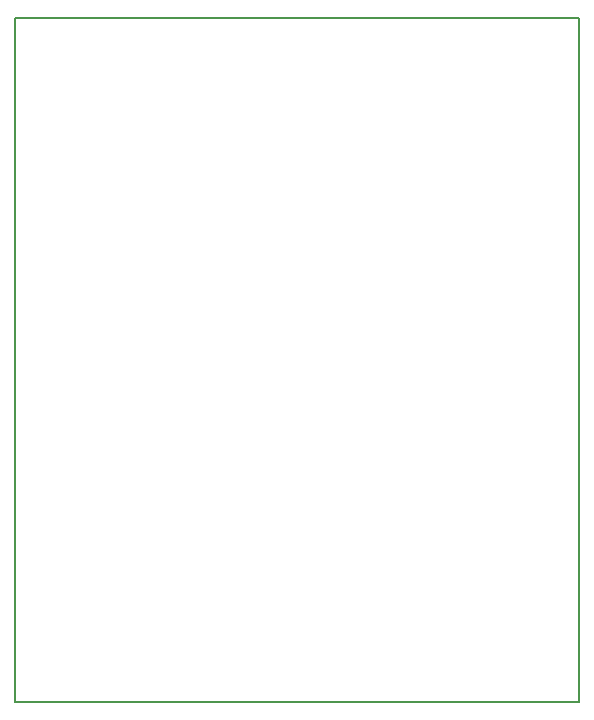
<source format=gbr>
%TF.GenerationSoftware,KiCad,Pcbnew,5.0.2-bee76a0~70~ubuntu18.04.1*%
%TF.CreationDate,2019-12-13T20:17:08+01:00*%
%TF.ProjectId,ESP8266-LolinV3-Lamp,45535038-3236-4362-9d4c-6f6c696e5633,2.0*%
%TF.SameCoordinates,Original*%
%TF.FileFunction,Paste,Top*%
%TF.FilePolarity,Positive*%
%FSLAX46Y46*%
G04 Gerber Fmt 4.6, Leading zero omitted, Abs format (unit mm)*
G04 Created by KiCad (PCBNEW 5.0.2-bee76a0~70~ubuntu18.04.1) date ven 13 dic 2019 20:17:08 CET*
%MOMM*%
%LPD*%
G01*
G04 APERTURE LIST*
%ADD10C,0.150000*%
G04 APERTURE END LIST*
D10*
X187198000Y-48768000D02*
X187198000Y-106680000D01*
X139446000Y-106680000D02*
X187198000Y-106680000D01*
X139446000Y-48768000D02*
X187198000Y-48768000D01*
X139446000Y-106680000D02*
X139446000Y-48768000D01*
M02*

</source>
